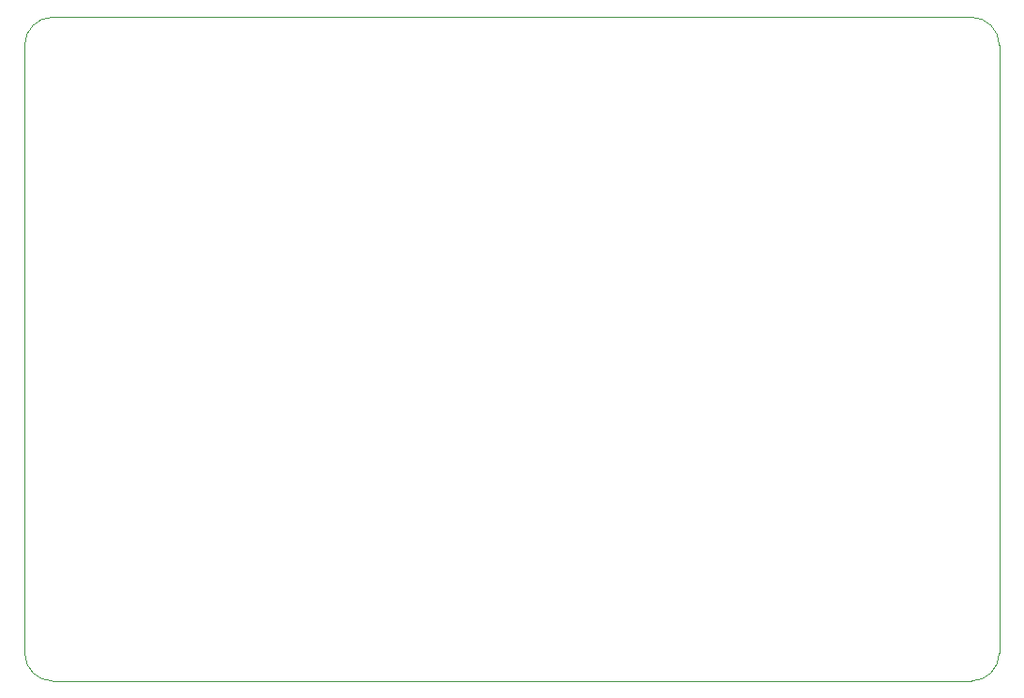
<source format=gbr>
G04 #@! TF.GenerationSoftware,KiCad,Pcbnew,(5.99.0-296-g10468236c)*
G04 #@! TF.CreationDate,2020-04-10T19:10:08+02:00*
G04 #@! TF.ProjectId,kimkong,6b696d6b-6f6e-4672-9e6b-696361645f70,rev?*
G04 #@! TF.SameCoordinates,Original*
G04 #@! TF.FileFunction,Profile,NP*
%FSLAX46Y46*%
G04 Gerber Fmt 4.6, Leading zero omitted, Abs format (unit mm)*
G04 Created by KiCad (PCBNEW (5.99.0-296-g10468236c)) date 2020-04-10 19:10:08*
%MOMM*%
%LPD*%
G04 APERTURE LIST*
%ADD10C,0.050000*%
G04 APERTURE END LIST*
D10*
X192501100Y-132463600D02*
X192501100Y-77543600D01*
X189961100Y-75003600D02*
G75*
G02X192501100Y-77543600I0J-2540000D01*
G01*
X189961100Y-75003600D02*
X107041100Y-75003600D01*
X104501100Y-77543600D02*
G75*
G02X107041100Y-75003600I2540000J0D01*
G01*
X104501100Y-77543600D02*
X104501100Y-132463600D01*
X107041100Y-135003600D02*
G75*
G02X104501100Y-132463600I0J2540000D01*
G01*
X107041100Y-135003600D02*
X189961100Y-135003600D01*
X192501100Y-132463600D02*
G75*
G02X189961100Y-135003600I-2540000J0D01*
G01*
M02*

</source>
